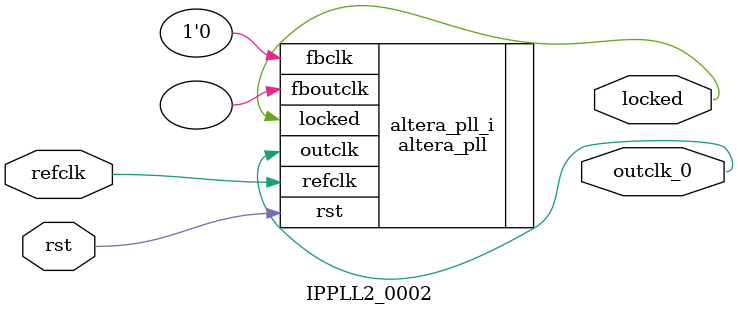
<source format=v>
`timescale 1ns/10ps
module  IPPLL2_0002(

	// interface 'refclk'
	input wire refclk,

	// interface 'reset'
	input wire rst,

	// interface 'outclk0'
	output wire outclk_0,

	// interface 'locked'
	output wire locked
);

	altera_pll #(
		.fractional_vco_multiplier("false"),
		.reference_clock_frequency("50.0 MHz"),
		.operation_mode("direct"),
		.number_of_clocks(1),
		.output_clock_frequency0("1500.000000 MHz"),
		.phase_shift0("0 ps"),
		.duty_cycle0(50),
		.output_clock_frequency1("0 MHz"),
		.phase_shift1("0 ps"),
		.duty_cycle1(50),
		.output_clock_frequency2("0 MHz"),
		.phase_shift2("0 ps"),
		.duty_cycle2(50),
		.output_clock_frequency3("0 MHz"),
		.phase_shift3("0 ps"),
		.duty_cycle3(50),
		.output_clock_frequency4("0 MHz"),
		.phase_shift4("0 ps"),
		.duty_cycle4(50),
		.output_clock_frequency5("0 MHz"),
		.phase_shift5("0 ps"),
		.duty_cycle5(50),
		.output_clock_frequency6("0 MHz"),
		.phase_shift6("0 ps"),
		.duty_cycle6(50),
		.output_clock_frequency7("0 MHz"),
		.phase_shift7("0 ps"),
		.duty_cycle7(50),
		.output_clock_frequency8("0 MHz"),
		.phase_shift8("0 ps"),
		.duty_cycle8(50),
		.output_clock_frequency9("0 MHz"),
		.phase_shift9("0 ps"),
		.duty_cycle9(50),
		.output_clock_frequency10("0 MHz"),
		.phase_shift10("0 ps"),
		.duty_cycle10(50),
		.output_clock_frequency11("0 MHz"),
		.phase_shift11("0 ps"),
		.duty_cycle11(50),
		.output_clock_frequency12("0 MHz"),
		.phase_shift12("0 ps"),
		.duty_cycle12(50),
		.output_clock_frequency13("0 MHz"),
		.phase_shift13("0 ps"),
		.duty_cycle13(50),
		.output_clock_frequency14("0 MHz"),
		.phase_shift14("0 ps"),
		.duty_cycle14(50),
		.output_clock_frequency15("0 MHz"),
		.phase_shift15("0 ps"),
		.duty_cycle15(50),
		.output_clock_frequency16("0 MHz"),
		.phase_shift16("0 ps"),
		.duty_cycle16(50),
		.output_clock_frequency17("0 MHz"),
		.phase_shift17("0 ps"),
		.duty_cycle17(50),
		.pll_type("General"),
		.pll_subtype("General")
	) altera_pll_i (
		.rst	(rst),
		.outclk	({outclk_0}),
		.locked	(locked),
		.fboutclk	( ),
		.fbclk	(1'b0),
		.refclk	(refclk)
	);
endmodule


</source>
